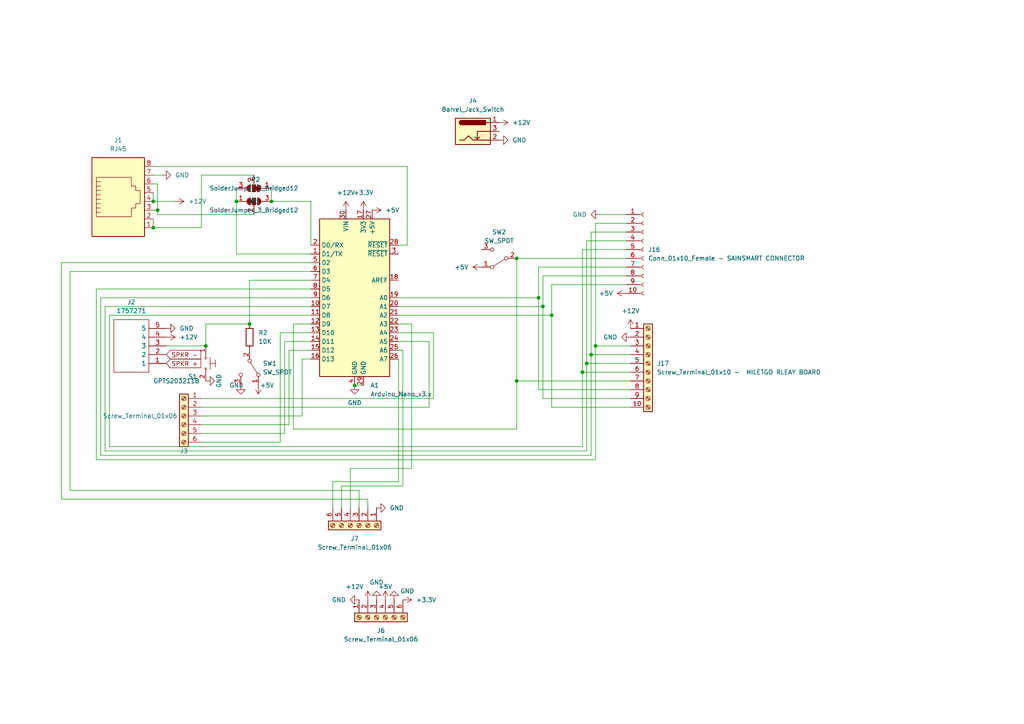
<source format=kicad_sch>
(kicad_sch (version 20211123) (generator eeschema)
  (paper "A4")
  (lib_symbols
    (symbol "Connector:Barrel_Jack_Switch" (pin_names hide)
      (property "Reference" "J" (at 0 5.334 0))
      (property "Value" "Barrel_Jack_Switch" (at 0 -5.08 0))
      (symbol "Barrel_Jack_Switch_0_1"
        (rectangle (start -5.08 3.81) (end 5.08 -3.81) (stroke (width 0.254)) (fill (type background)))
        (arc (start -3.302 3.175) (mid -3.937 2.54) (end -3.302 1.905) (stroke (width 0.254)))
        (arc (start -3.302 3.175) (mid -3.937 2.54) (end -3.302 1.905) (stroke (width 0.254)) (fill (type outline)))
        (polyline (pts (xy 1.27 -2.286) (xy 1.905 -1.651)) (stroke (width 0.254)))
        (polyline (pts (xy 5.08 2.54) (xy 3.81 2.54)) (stroke (width 0.254)))
        (polyline (pts (xy 5.08 0) (xy 1.27 0) (xy 1.27 -2.286) (xy 0.635 -1.651)) (stroke (width 0.254)))
        (polyline (pts (xy -3.81 -2.54) (xy -2.54 -2.54) (xy -1.27 -1.27) (xy 0 -2.54) (xy 2.54 -2.54) (xy 5.08 -2.54)) (stroke (width 0.254)))
        (rectangle (start 3.683 3.175) (end -3.302 1.905) (stroke (width 0.254)) (fill (type outline)))
      )
      (symbol "Barrel_Jack_Switch_1_1"
        (pin passive line (at 7.62 2.54 180) (length 2.54) (name "~") (number "1"))
        (pin passive line (at 7.62 -2.54 180) (length 2.54) (name "~") (number "2"))
        (pin passive line (at 7.62 0 180) (length 2.54) (name "~") (number "3"))
      )
    )
    (symbol "Connector:Conn_01x10_Female" (pin_names (offset 1.016) hide)
      (property "Reference" "J" (at 0 12.7 0))
      (property "Value" "Conn_01x10_Female" (at 0 -15.24 0))
      (symbol "Conn_01x10_Female_1_1"
        (arc (start 0 -12.192) (mid -0.508 -12.7) (end 0 -13.208) (stroke (width 0.1524)))
        (arc (start 0 -9.652) (mid -0.508 -10.16) (end 0 -10.668) (stroke (width 0.1524)))
        (arc (start 0 -7.112) (mid -0.508 -7.62) (end 0 -8.128) (stroke (width 0.1524)))
        (arc (start 0 -4.572) (mid -0.508 -5.08) (end 0 -5.588) (stroke (width 0.1524)))
        (arc (start 0 -2.032) (mid -0.508 -2.54) (end 0 -3.048) (stroke (width 0.1524)))
        (polyline (pts (xy -1.27 -12.7) (xy -0.508 -12.7)) (stroke (width 0.1524)))
        (polyline (pts (xy -1.27 -10.16) (xy -0.508 -10.16)) (stroke (width 0.1524)))
        (polyline (pts (xy -1.27 -7.62) (xy -0.508 -7.62)) (stroke (width 0.1524)))
        (polyline (pts (xy -1.27 -5.08) (xy -0.508 -5.08)) (stroke (width 0.1524)))
        (polyline (pts (xy -1.27 -2.54) (xy -0.508 -2.54)) (stroke (width 0.1524)))
        (polyline (pts (xy -1.27 0) (xy -0.508 0)) (stroke (width 0.1524)))
        (polyline (pts (xy -1.27 2.54) (xy -0.508 2.54)) (stroke (width 0.1524)))
        (polyline (pts (xy -1.27 5.08) (xy -0.508 5.08)) (stroke (width 0.1524)))
        (polyline (pts (xy -1.27 7.62) (xy -0.508 7.62)) (stroke (width 0.1524)))
        (polyline (pts (xy -1.27 10.16) (xy -0.508 10.16)) (stroke (width 0.1524)))
        (arc (start 0 0.508) (mid -0.508 0) (end 0 -0.508) (stroke (width 0.1524)))
        (arc (start 0 3.048) (mid -0.508 2.54) (end 0 2.032) (stroke (width 0.1524)))
        (arc (start 0 5.588) (mid -0.508 5.08) (end 0 4.572) (stroke (width 0.1524)))
        (arc (start 0 8.128) (mid -0.508 7.62) (end 0 7.112) (stroke (width 0.1524)))
        (arc (start 0 10.668) (mid -0.508 10.16) (end 0 9.652) (stroke (width 0.1524)))
        (pin passive line (at -5.08 10.16 0) (length 3.81) (name "Pin_1") (number "1"))
        (pin passive line (at -5.08 -12.7 0) (length 3.81) (name "Pin_10") (number "10"))
        (pin passive line (at -5.08 7.62 0) (length 3.81) (name "Pin_2") (number "2"))
        (pin passive line (at -5.08 5.08 0) (length 3.81) (name "Pin_3") (number "3"))
        (pin passive line (at -5.08 2.54 0) (length 3.81) (name "Pin_4") (number "4"))
        (pin passive line (at -5.08 0 0) (length 3.81) (name "Pin_5") (number "5"))
        (pin passive line (at -5.08 -2.54 0) (length 3.81) (name "Pin_6") (number "6"))
        (pin passive line (at -5.08 -5.08 0) (length 3.81) (name "Pin_7") (number "7"))
        (pin passive line (at -5.08 -7.62 0) (length 3.81) (name "Pin_8") (number "8"))
        (pin passive line (at -5.08 -10.16 0) (length 3.81) (name "Pin_9") (number "9"))
      )
    )
    (symbol "Connector:RJ45" (pin_names (offset 1.016))
      (property "Reference" "J" (at -5.08 13.97 0))
      (property "Value" "RJ45" (at 2.54 13.97 0))
      (symbol "RJ45_0_1"
        (polyline (pts (xy -5.08 4.445) (xy -6.35 4.445)))
        (polyline (pts (xy -5.08 5.715) (xy -6.35 5.715)))
        (polyline (pts (xy -6.35 -3.175) (xy -5.08 -3.175) (xy -5.08 -3.175)))
        (polyline (pts (xy -6.35 -1.905) (xy -5.08 -1.905) (xy -5.08 -1.905)))
        (polyline (pts (xy -6.35 -0.635) (xy -5.08 -0.635) (xy -5.08 -0.635)))
        (polyline (pts (xy -6.35 0.635) (xy -5.08 0.635) (xy -5.08 0.635)))
        (polyline (pts (xy -6.35 1.905) (xy -5.08 1.905) (xy -5.08 1.905)))
        (polyline (pts (xy -5.08 3.175) (xy -6.35 3.175) (xy -6.35 3.175)))
        (polyline (pts (xy -6.35 -4.445) (xy -6.35 6.985) (xy 3.81 6.985) (xy 3.81 4.445) (xy 5.08 4.445) (xy 5.08 3.175) (xy 6.35 3.175) (xy 6.35 -0.635) (xy 5.08 -0.635) (xy 5.08 -1.905) (xy 3.81 -1.905) (xy 3.81 -4.445) (xy -6.35 -4.445) (xy -6.35 -4.445)))
        (rectangle (start 7.62 12.7) (end -7.62 -10.16) (stroke (width 0.254)) (fill (type background)))
      )
      (symbol "RJ45_1_1"
        (pin passive line (at 10.16 -7.62 180) (length 2.54) (name "~") (number "1"))
        (pin passive line (at 10.16 -5.08 180) (length 2.54) (name "~") (number "2"))
        (pin passive line (at 10.16 -2.54 180) (length 2.54) (name "~") (number "3"))
        (pin passive line (at 10.16 0 180) (length 2.54) (name "~") (number "4"))
        (pin passive line (at 10.16 2.54 180) (length 2.54) (name "~") (number "5"))
        (pin passive line (at 10.16 5.08 180) (length 2.54) (name "~") (number "6"))
        (pin passive line (at 10.16 7.62 180) (length 2.54) (name "~") (number "7"))
        (pin passive line (at 10.16 10.16 180) (length 2.54) (name "~") (number "8"))
      )
    )
    (symbol "Connector:Screw_Terminal_01x06" (pin_names (offset 1.016) hide)
      (property "Reference" "J" (at 0 7.62 0))
      (property "Value" "Screw_Terminal_01x06" (at 0 -10.16 0))
      (symbol "Screw_Terminal_01x06_1_1"
        (rectangle (start -1.27 6.35) (end 1.27 -8.89) (stroke (width 0.254)) (fill (type background)))
        (circle (center 0 -7.62) (radius 0.635) (stroke (width 0.1524)))
        (circle (center 0 -5.08) (radius 0.635) (stroke (width 0.1524)))
        (circle (center 0 -2.54) (radius 0.635) (stroke (width 0.1524)))
        (polyline (pts (xy -0.5334 -7.2898) (xy 0.3302 -8.128)) (stroke (width 0.1524)))
        (polyline (pts (xy -0.5334 -4.7498) (xy 0.3302 -5.588)) (stroke (width 0.1524)))
        (polyline (pts (xy -0.5334 -2.2098) (xy 0.3302 -3.048)) (stroke (width 0.1524)))
        (polyline (pts (xy -0.5334 0.3302) (xy 0.3302 -0.508)) (stroke (width 0.1524)))
        (polyline (pts (xy -0.5334 2.8702) (xy 0.3302 2.032)) (stroke (width 0.1524)))
        (polyline (pts (xy -0.5334 5.4102) (xy 0.3302 4.572)) (stroke (width 0.1524)))
        (polyline (pts (xy -0.3556 -7.112) (xy 0.508 -7.9502)) (stroke (width 0.1524)))
        (polyline (pts (xy -0.3556 -4.572) (xy 0.508 -5.4102)) (stroke (width 0.1524)))
        (polyline (pts (xy -0.3556 -2.032) (xy 0.508 -2.8702)) (stroke (width 0.1524)))
        (polyline (pts (xy -0.3556 0.508) (xy 0.508 -0.3302)) (stroke (width 0.1524)))
        (polyline (pts (xy -0.3556 3.048) (xy 0.508 2.2098)) (stroke (width 0.1524)))
        (polyline (pts (xy -0.3556 5.588) (xy 0.508 4.7498)) (stroke (width 0.1524)))
        (circle (center 0 0) (radius 0.635) (stroke (width 0.1524)))
        (circle (center 0 2.54) (radius 0.635) (stroke (width 0.1524)))
        (circle (center 0 5.08) (radius 0.635) (stroke (width 0.1524)))
        (pin passive line (at -5.08 5.08 0) (length 3.81) (name "Pin_1") (number "1"))
        (pin passive line (at -5.08 2.54 0) (length 3.81) (name "Pin_2") (number "2"))
        (pin passive line (at -5.08 0 0) (length 3.81) (name "Pin_3") (number "3"))
        (pin passive line (at -5.08 -2.54 0) (length 3.81) (name "Pin_4") (number "4"))
        (pin passive line (at -5.08 -5.08 0) (length 3.81) (name "Pin_5") (number "5"))
        (pin passive line (at -5.08 -7.62 0) (length 3.81) (name "Pin_6") (number "6"))
      )
    )
    (symbol "Connector:Screw_Terminal_01x10" (pin_names (offset 1.016) hide)
      (property "Reference" "J" (at 0 12.7 0))
      (property "Value" "Screw_Terminal_01x10" (at 0 -15.24 0))
      (symbol "Screw_Terminal_01x10_1_1"
        (rectangle (start -1.27 11.43) (end 1.27 -13.97) (stroke (width 0.254)) (fill (type background)))
        (circle (center 0 -12.7) (radius 0.635) (stroke (width 0.1524)))
        (circle (center 0 -10.16) (radius 0.635) (stroke (width 0.1524)))
        (circle (center 0 -7.62) (radius 0.635) (stroke (width 0.1524)))
        (circle (center 0 -5.08) (radius 0.635) (stroke (width 0.1524)))
        (circle (center 0 -2.54) (radius 0.635) (stroke (width 0.1524)))
        (polyline (pts (xy -0.5334 -12.3698) (xy 0.3302 -13.208)) (stroke (width 0.1524)))
        (polyline (pts (xy -0.5334 -9.8298) (xy 0.3302 -10.668)) (stroke (width 0.1524)))
        (polyline (pts (xy -0.5334 -7.2898) (xy 0.3302 -8.128)) (stroke (width 0.1524)))
        (polyline (pts (xy -0.5334 -4.7498) (xy 0.3302 -5.588)) (stroke (width 0.1524)))
        (polyline (pts (xy -0.5334 -2.2098) (xy 0.3302 -3.048)) (stroke (width 0.1524)))
        (polyline (pts (xy -0.5334 0.3302) (xy 0.3302 -0.508)) (stroke (width 0.1524)))
        (polyline (pts (xy -0.5334 2.8702) (xy 0.3302 2.032)) (stroke (width 0.1524)))
        (polyline (pts (xy -0.5334 5.4102) (xy 0.3302 4.572)) (stroke (width 0.1524)))
        (polyline (pts (xy -0.5334 7.9502) (xy 0.3302 7.112)) (stroke (width 0.1524)))
        (polyline (pts (xy -0.5334 10.4902) (xy 0.3302 9.652)) (stroke (width 0.1524)))
        (polyline (pts (xy -0.3556 -12.192) (xy 0.508 -13.0302)) (stroke (width 0.1524)))
        (polyline (pts (xy -0.3556 -9.652) (xy 0.508 -10.4902)) (stroke (width 0.1524)))
        (polyline (pts (xy -0.3556 -7.112) (xy 0.508 -7.9502)) (stroke (width 0.1524)))
        (polyline (pts (xy -0.3556 -4.572) (xy 0.508 -5.4102)) (stroke (width 0.1524)))
        (polyline (pts (xy -0.3556 -2.032) (xy 0.508 -2.8702)) (stroke (width 0.1524)))
        (polyline (pts (xy -0.3556 0.508) (xy 0.508 -0.3302)) (stroke (width 0.1524)))
        (polyline (pts (xy -0.3556 3.048) (xy 0.508 2.2098)) (stroke (width 0.1524)))
        (polyline (pts (xy -0.3556 5.588) (xy 0.508 4.7498)) (stroke (width 0.1524)))
        (polyline (pts (xy -0.3556 8.128) (xy 0.508 7.2898)) (stroke (width 0.1524)))
        (polyline (pts (xy -0.3556 10.668) (xy 0.508 9.8298)) (stroke (width 0.1524)))
        (circle (center 0 0) (radius 0.635) (stroke (width 0.1524)))
        (circle (center 0 2.54) (radius 0.635) (stroke (width 0.1524)))
        (circle (center 0 5.08) (radius 0.635) (stroke (width 0.1524)))
        (circle (center 0 7.62) (radius 0.635) (stroke (width 0.1524)))
        (circle (center 0 10.16) (radius 0.635) (stroke (width 0.1524)))
        (pin passive line (at -5.08 10.16 0) (length 3.81) (name "Pin_1") (number "1"))
        (pin passive line (at -5.08 -12.7 0) (length 3.81) (name "Pin_10") (number "10"))
        (pin passive line (at -5.08 7.62 0) (length 3.81) (name "Pin_2") (number "2"))
        (pin passive line (at -5.08 5.08 0) (length 3.81) (name "Pin_3") (number "3"))
        (pin passive line (at -5.08 2.54 0) (length 3.81) (name "Pin_4") (number "4"))
        (pin passive line (at -5.08 0 0) (length 3.81) (name "Pin_5") (number "5"))
        (pin passive line (at -5.08 -2.54 0) (length 3.81) (name "Pin_6") (number "6"))
        (pin passive line (at -5.08 -5.08 0) (length 3.81) (name "Pin_7") (number "7"))
        (pin passive line (at -5.08 -7.62 0) (length 3.81) (name "Pin_8") (number "8"))
        (pin passive line (at -5.08 -10.16 0) (length 3.81) (name "Pin_9") (number "9"))
      )
    )
    (symbol "Device:R" (pin_numbers hide) (pin_names (offset 0))
      (property "Reference" "R" (at 2.032 0 90))
      (property "Value" "R" (at 0 0 90))
      (symbol "R_0_1"
        (rectangle (start -1.016 -2.54) (end 1.016 2.54) (stroke (width 0.254)))
      )
      (symbol "R_1_1"
        (pin passive line (at 0 3.81 270) (length 1.27) (name "~") (number "1"))
        (pin passive line (at 0 -3.81 90) (length 1.27) (name "~") (number "2"))
      )
    )
    (symbol "Jumper:SolderJumper_3_Bridged12" (pin_names (offset 0) hide)
      (property "Reference" "JP" (at -2.54 -2.54 0))
      (property "Value" "SolderJumper_3_Bridged12" (at 0 2.794 0))
      (symbol "SolderJumper_3_Bridged12_0_1"
        (rectangle (start -1.016 0.508) (end -0.508 -0.508) (fill (type outline)))
        (arc (start -1.016 1.016) (mid -2.032 0) (end -1.016 -1.016))
        (arc (start -1.016 1.016) (mid -2.032 0) (end -1.016 -1.016) (fill (type outline)))
        (rectangle (start -0.508 1.016) (end 0.508 -1.016) (fill (type outline)))
        (polyline (pts (xy -2.54 0) (xy -2.032 0)))
        (polyline (pts (xy -1.016 1.016) (xy -1.016 -1.016)))
        (polyline (pts (xy 0 -1.27) (xy 0 -1.016)))
        (polyline (pts (xy 1.016 1.016) (xy 1.016 -1.016)))
        (polyline (pts (xy 2.54 0) (xy 2.032 0)))
        (arc (start 1.016 -1.016) (mid 2.032 0) (end 1.016 1.016))
        (arc (start 1.016 -1.016) (mid 2.032 0) (end 1.016 1.016) (fill (type outline)))
      )
      (symbol "SolderJumper_3_Bridged12_1_1"
        (pin passive line (at -5.08 0 0) (length 2.54) (name "A") (number "1"))
        (pin passive line (at 0 -3.81 90) (length 2.54) (name "C") (number "2"))
        (pin passive line (at 5.08 0 180) (length 2.54) (name "B") (number "3"))
      )
    )
    (symbol "MCU_Module:Arduino_Nano_v3.x"
      (property "Reference" "A" (at -10.16 23.495 0))
      (property "Value" "Arduino_Nano_v3.x" (at 5.08 -24.13 0))
      (symbol "Arduino_Nano_v3.x_0_1"
        (rectangle (start -10.16 22.86) (end 10.16 -22.86) (stroke (width 0.254)) (fill (type background)))
      )
      (symbol "Arduino_Nano_v3.x_1_1"
        (pin bidirectional line (at -12.7 12.7 0) (length 2.54) (name "D1/TX") (number "1"))
        (pin bidirectional line (at -12.7 -2.54 0) (length 2.54) (name "D7") (number "10"))
        (pin bidirectional line (at -12.7 -5.08 0) (length 2.54) (name "D8") (number "11"))
        (pin bidirectional line (at -12.7 -7.62 0) (length 2.54) (name "D9") (number "12"))
        (pin bidirectional line (at -12.7 -10.16 0) (length 2.54) (name "D10") (number "13"))
        (pin bidirectional line (at -12.7 -12.7 0) (length 2.54) (name "D11") (number "14"))
        (pin bidirectional line (at -12.7 -15.24 0) (length 2.54) (name "D12") (number "15"))
        (pin bidirectional line (at -12.7 -17.78 0) (length 2.54) (name "D13") (number "16"))
        (pin power_out line (at 2.54 25.4 270) (length 2.54) (name "3V3") (number "17"))
        (pin input line (at 12.7 5.08 180) (length 2.54) (name "AREF") (number "18"))
        (pin bidirectional line (at 12.7 0 180) (length 2.54) (name "A0") (number "19"))
        (pin bidirectional line (at -12.7 15.24 0) (length 2.54) (name "D0/RX") (number "2"))
        (pin bidirectional line (at 12.7 -2.54 180) (length 2.54) (name "A1") (number "20"))
        (pin bidirectional line (at 12.7 -5.08 180) (length 2.54) (name "A2") (number "21"))
        (pin bidirectional line (at 12.7 -7.62 180) (length 2.54) (name "A3") (number "22"))
        (pin bidirectional line (at 12.7 -10.16 180) (length 2.54) (name "A4") (number "23"))
        (pin bidirectional line (at 12.7 -12.7 180) (length 2.54) (name "A5") (number "24"))
        (pin bidirectional line (at 12.7 -15.24 180) (length 2.54) (name "A6") (number "25"))
        (pin bidirectional line (at 12.7 -17.78 180) (length 2.54) (name "A7") (number "26"))
        (pin power_out line (at 5.08 25.4 270) (length 2.54) (name "+5V") (number "27"))
        (pin input line (at 12.7 15.24 180) (length 2.54) (name "~{RESET}") (number "28"))
        (pin power_in line (at 2.54 -25.4 90) (length 2.54) (name "GND") (number "29"))
        (pin input line (at 12.7 12.7 180) (length 2.54) (name "~{RESET}") (number "3"))
        (pin power_in line (at -2.54 25.4 270) (length 2.54) (name "VIN") (number "30"))
        (pin power_in line (at 0 -25.4 90) (length 2.54) (name "GND") (number "4"))
        (pin bidirectional line (at -12.7 10.16 0) (length 2.54) (name "D2") (number "5"))
        (pin bidirectional line (at -12.7 7.62 0) (length 2.54) (name "D3") (number "6"))
        (pin bidirectional line (at -12.7 5.08 0) (length 2.54) (name "D4") (number "7"))
        (pin bidirectional line (at -12.7 2.54 0) (length 2.54) (name "D5") (number "8"))
        (pin bidirectional line (at -12.7 0 0) (length 2.54) (name "D6") (number "9"))
      )
    )
    (symbol "SamacSys_Parts:1757271" (pin_names (offset 0.762))
      (property "Reference" "J" (at 16.51 7.62 0))
      (property "Value" "1757271" (at 16.51 5.08 0))
      (symbol "1757271_0_0"
        (pin passive line (at 0 0 0) (length 5.08) (name "1") (number "1"))
        (pin passive line (at 0 -2.54 0) (length 5.08) (name "2") (number "2"))
        (pin passive line (at 0 -5.08 0) (length 5.08) (name "3") (number "3"))
        (pin passive line (at 0 -7.62 0) (length 5.08) (name "4") (number "4"))
        (pin passive line (at 0 -10.16 0) (length 5.08) (name "5") (number "5"))
      )
      (symbol "1757271_0_1"
        (polyline (pts (xy 5.08 2.54) (xy 15.24 2.54) (xy 15.24 -12.7) (xy 5.08 -12.7) (xy 5.08 2.54)) (stroke (width 0.1524)))
      )
    )
    (symbol "Switch:SW_SPDT" (pin_names (offset 0) hide)
      (property "Reference" "SW" (at 0 4.318 0))
      (property "Value" "SW_SPDT" (at 0 -5.08 0))
      (symbol "SW_SPDT_0_0"
        (circle (center -2.032 0) (radius 0.508))
        (circle (center 2.032 -2.54) (radius 0.508))
      )
      (symbol "SW_SPDT_0_1"
        (polyline (pts (xy -1.524 0.254) (xy 1.651 2.286)))
        (circle (center 2.032 2.54) (radius 0.508))
      )
      (symbol "SW_SPDT_1_1"
        (pin passive line (at 5.08 2.54 180) (length 2.54) (name "A") (number "1"))
        (pin passive line (at -5.08 0 0) (length 2.54) (name "B") (number "2"))
        (pin passive line (at 5.08 -2.54 180) (length 2.54) (name "C") (number "3"))
      )
    )
    (symbol "dk_Pushbutton-Switches:GPTS203211B" (pin_names (offset 1.016))
      (property "Reference" "S" (at -3.81 3.81 0))
      (property "Value" "GPTS203211B" (at 0 -2.54 0))
      (symbol "GPTS203211B_0_1"
        (circle (center -1.524 0) (radius 0.254))
        (polyline (pts (xy -2.54 0) (xy -1.778 0)))
        (polyline (pts (xy -1.778 1.27) (xy 1.778 1.27)))
        (polyline (pts (xy -1.016 2.794) (xy 1.016 2.794)))
        (polyline (pts (xy 0 1.27) (xy 0 2.794)))
        (polyline (pts (xy 2.54 0) (xy 1.778 0)))
        (circle (center 1.524 0) (radius 0.254))
      )
      (symbol "GPTS203211B_1_1"
        (pin passive line (at -5.08 0 0) (length 2.54) (name "~") (number "1"))
        (pin passive line (at 5.08 0 180) (length 2.54) (name "~") (number "2"))
      )
    )
    (symbol "power:+12V" (power) (pin_names (offset 0))
      (property "Value" "+12V" (at 0 3.556 0))
      (symbol "+12V_0_1"
        (polyline (pts (xy -0.762 1.27) (xy 0 2.54)))
        (polyline (pts (xy 0 0) (xy 0 2.54)))
        (polyline (pts (xy 0 2.54) (xy 0.762 1.27)))
      )
      (symbol "+12V_1_1"
        (pin power_in line (at 0 0 90) (length 0) hide (name "+12V") (number "1"))
      )
    )
    (symbol "power:+3.3V" (power) (pin_names (offset 0))
      (property "Value" "+3.3V" (at 0 3.556 0))
      (symbol "+3.3V_0_1"
        (polyline (pts (xy -0.762 1.27) (xy 0 2.54)))
        (polyline (pts (xy 0 0) (xy 0 2.54)))
        (polyline (pts (xy 0 2.54) (xy 0.762 1.27)))
      )
      (symbol "+3.3V_1_1"
        (pin power_in line (at 0 0 90) (length 0) hide (name "+3.3V") (number "1"))
      )
    )
    (symbol "power:+5V" (power) (pin_names (offset 0))
      (property "Value" "+5V" (at 0 3.556 0))
      (symbol "+5V_0_1"
        (polyline (pts (xy -0.762 1.27) (xy 0 2.54)))
        (polyline (pts (xy 0 0) (xy 0 2.54)))
        (polyline (pts (xy 0 2.54) (xy 0.762 1.27)))
      )
      (symbol "+5V_1_1"
        (pin power_in line (at 0 0 90) (length 0) hide (name "+5V") (number "1"))
      )
    )
    (symbol "power:GND" (power) (pin_names (offset 0))
      (property "Value" "GND" (at 0 -3.81 0))
      (symbol "GND_0_1"
        (polyline (pts (xy 0 0) (xy 0 -1.27) (xy 1.27 -1.27) (xy 0 -2.54) (xy -1.27 -1.27) (xy 0 -1.27)))
      )
      (symbol "GND_1_1"
        (pin power_in line (at 0 0 270) (length 0) hide (name "GND") (number "1"))
      )
    )
  )
  (junction (at 45.72 60.96))
  (junction (at 171.45 102.87))
  (junction (at 102.87 111.76))
  (junction (at 168.91 107.95))
  (junction (at 59.69 100.33))
  (junction (at 68.58 58.42))
  (junction (at 44.45 58.42))
  (junction (at 72.39 93.98))
  (junction (at 160.02 91.44))
  (junction (at 149.86 110.49))
  (junction (at 157.48 88.9))
  (junction (at 78.74 58.42))
  (junction (at 172.72 100.33))
  (junction (at 156.21 86.36))
  (junction (at 44.45 66.04))
  (junction (at 149.86 74.93))
  (junction (at 170.18 105.41))
  (wire (pts (xy 85.09 93.98) (xy 85.09 124.46)))
  (wire (pts (xy 87.63 120.65) (xy 58.42 120.65)))
  (wire (pts (xy 96.52 139.7) (xy 115.57 139.7)))
  (wire (pts (xy 168.91 72.39) (xy 168.91 107.95)))
  (wire (pts (xy 29.21 86.36) (xy 29.21 132.08)))
  (wire (pts (xy 17.78 144.78) (xy 106.68 144.78)))
  (wire (pts (xy 102.87 111.76) (xy 105.41 111.76)))
  (wire (pts (xy 83.82 101.6) (xy 83.82 123.19)))
  (wire (pts (xy 170.18 105.41) (xy 182.88 105.41)))
  (wire (pts (xy 104.14 142.24) (xy 104.14 147.32)))
  (wire (pts (xy 157.48 88.9) (xy 157.48 80.01)))
  (wire (pts (xy 171.45 102.87) (xy 182.88 102.87)))
  (wire (pts (xy 172.72 100.33) (xy 182.88 100.33)))
  (wire (pts (xy 68.58 58.42) (xy 68.58 73.66)))
  (wire (pts (xy 78.74 54.61) (xy 78.74 58.42)))
  (wire (pts (xy 81.28 128.27) (xy 58.42 128.27)))
  (wire (pts (xy 157.48 80.01) (xy 181.61 80.01)))
  (wire (pts (xy 170.18 69.85) (xy 170.18 105.41)))
  (wire (pts (xy 173.99 62.23) (xy 181.61 62.23)))
  (wire (pts (xy 115.57 93.98) (xy 119.38 93.98)))
  (wire (pts (xy 115.57 96.52) (xy 125.73 96.52)))
  (wire (pts (xy 157.48 88.9) (xy 157.48 115.57)))
  (wire (pts (xy 48.26 100.33) (xy 59.69 100.33)))
  (wire (pts (xy 115.57 86.36) (xy 156.21 86.36)))
  (wire (pts (xy 101.6 135.89) (xy 101.6 147.32)))
  (wire (pts (xy 106.68 144.78) (xy 106.68 147.32)))
  (wire (pts (xy 82.55 99.06) (xy 90.17 99.06)))
  (wire (pts (xy 168.91 72.39) (xy 181.61 72.39)))
  (wire (pts (xy 44.45 48.26) (xy 118.11 48.26)))
  (wire (pts (xy 44.45 53.34) (xy 45.72 53.34)))
  (wire (pts (xy 31.75 91.44) (xy 31.75 129.54)))
  (wire (pts (xy 31.75 91.44) (xy 90.17 91.44)))
  (wire (pts (xy 17.78 76.2) (xy 90.17 76.2)))
  (wire (pts (xy 160.02 91.44) (xy 160.02 82.55)))
  (wire (pts (xy 149.86 74.93) (xy 181.61 74.93)))
  (wire (pts (xy 157.48 115.57) (xy 182.88 115.57)))
  (wire (pts (xy 171.45 102.87) (xy 171.45 132.08)))
  (wire (pts (xy 172.72 100.33) (xy 172.72 133.35)))
  (wire (pts (xy 27.94 83.82) (xy 27.94 133.35)))
  (wire (pts (xy 45.72 62.23) (xy 45.72 60.96)))
  (wire (pts (xy 68.58 73.66) (xy 90.17 73.66)))
  (wire (pts (xy 30.48 130.81) (xy 170.18 130.81)))
  (wire (pts (xy 20.32 142.24) (xy 104.14 142.24)))
  (wire (pts (xy 31.75 129.54) (xy 168.91 129.54)))
  (wire (pts (xy 83.82 123.19) (xy 58.42 123.19)))
  (wire (pts (xy 44.45 63.5) (xy 44.45 66.04)))
  (wire (pts (xy 118.11 48.26) (xy 118.11 71.12)))
  (wire (pts (xy 119.38 135.89) (xy 101.6 135.89)))
  (wire (pts (xy 87.63 104.14) (xy 90.17 104.14)))
  (wire (pts (xy 118.11 71.12) (xy 115.57 71.12)))
  (wire (pts (xy 58.42 115.57) (xy 125.73 115.57)))
  (wire (pts (xy 44.45 55.88) (xy 44.45 58.42)))
  (wire (pts (xy 156.21 113.03) (xy 182.88 113.03)))
  (wire (pts (xy 72.39 93.98) (xy 72.39 81.28)))
  (wire (pts (xy 171.45 67.31) (xy 181.61 67.31)))
  (wire (pts (xy 30.48 88.9) (xy 30.48 130.81)))
  (wire (pts (xy 29.21 132.08) (xy 171.45 132.08)))
  (wire (pts (xy 125.73 96.52) (xy 125.73 115.57)))
  (wire (pts (xy 85.09 124.46) (xy 149.86 124.46)))
  (wire (pts (xy 81.28 96.52) (xy 90.17 96.52)))
  (wire (pts (xy 160.02 91.44) (xy 160.02 118.11)))
  (wire (pts (xy 96.52 139.7) (xy 96.52 147.32)))
  (wire (pts (xy 172.72 64.77) (xy 181.61 64.77)))
  (wire (pts (xy 115.57 101.6) (xy 116.84 101.6)))
  (wire (pts (xy 149.86 110.49) (xy 182.88 110.49)))
  (wire (pts (xy 160.02 118.11) (xy 182.88 118.11)))
  (wire (pts (xy 68.58 54.61) (xy 68.58 58.42)))
  (wire (pts (xy 44.45 50.8) (xy 46.99 50.8)))
  (wire (pts (xy 58.42 118.11) (xy 124.46 118.11)))
  (wire (pts (xy 90.17 93.98) (xy 85.09 93.98)))
  (wire (pts (xy 115.57 88.9) (xy 157.48 88.9)))
  (wire (pts (xy 156.21 86.36) (xy 156.21 113.03)))
  (wire (pts (xy 99.06 140.97) (xy 99.06 147.32)))
  (wire (pts (xy 115.57 91.44) (xy 160.02 91.44)))
  (wire (pts (xy 115.57 99.06) (xy 124.46 99.06)))
  (wire (pts (xy 170.18 105.41) (xy 170.18 130.81)))
  (wire (pts (xy 149.86 110.49) (xy 149.86 74.93)))
  (wire (pts (xy 27.94 83.82) (xy 90.17 83.82)))
  (wire (pts (xy 72.39 81.28) (xy 90.17 81.28)))
  (wire (pts (xy 82.55 99.06) (xy 82.55 125.73)))
  (wire (pts (xy 168.91 107.95) (xy 168.91 129.54)))
  (wire (pts (xy 58.42 66.04) (xy 44.45 66.04)))
  (wire (pts (xy 17.78 76.2) (xy 17.78 144.78)))
  (wire (pts (xy 58.42 50.8) (xy 58.42 66.04)))
  (wire (pts (xy 156.21 86.36) (xy 156.21 77.47)))
  (wire (pts (xy 82.55 125.73) (xy 58.42 125.73)))
  (wire (pts (xy 149.86 124.46) (xy 149.86 110.49)))
  (wire (pts (xy 20.32 78.74) (xy 90.17 78.74)))
  (wire (pts (xy 44.45 58.42) (xy 50.8 58.42)))
  (wire (pts (xy 119.38 93.98) (xy 119.38 135.89)))
  (wire (pts (xy 30.48 88.9) (xy 90.17 88.9)))
  (wire (pts (xy 156.21 77.47) (xy 181.61 77.47)))
  (wire (pts (xy 45.72 53.34) (xy 45.72 60.96)))
  (wire (pts (xy 116.84 101.6) (xy 116.84 140.97)))
  (wire (pts (xy 81.28 96.52) (xy 81.28 128.27)))
  (wire (pts (xy 44.45 60.96) (xy 45.72 60.96)))
  (wire (pts (xy 124.46 99.06) (xy 124.46 118.11)))
  (wire (pts (xy 115.57 104.14) (xy 115.57 139.7)))
  (wire (pts (xy 29.21 86.36) (xy 90.17 86.36)))
  (wire (pts (xy 83.82 101.6) (xy 90.17 101.6)))
  (wire (pts (xy 59.69 93.98) (xy 72.39 93.98)))
  (wire (pts (xy 78.74 58.42) (xy 90.17 58.42)))
  (wire (pts (xy 170.18 69.85) (xy 181.61 69.85)))
  (wire (pts (xy 73.66 50.8) (xy 58.42 50.8)))
  (wire (pts (xy 171.45 67.31) (xy 171.45 102.87)))
  (wire (pts (xy 116.84 140.97) (xy 99.06 140.97)))
  (wire (pts (xy 87.63 104.14) (xy 87.63 120.65)))
  (wire (pts (xy 168.91 107.95) (xy 182.88 107.95)))
  (wire (pts (xy 20.32 78.74) (xy 20.32 142.24)))
  (wire (pts (xy 73.66 62.23) (xy 45.72 62.23)))
  (wire (pts (xy 172.72 64.77) (xy 172.72 100.33)))
  (wire (pts (xy 27.94 133.35) (xy 172.72 133.35)))
  (wire (pts (xy 90.17 58.42) (xy 90.17 71.12)))
  (wire (pts (xy 59.69 100.33) (xy 59.69 93.98)))
  (wire (pts (xy 160.02 82.55) (xy 181.61 82.55)))
  (global_label "SPKR +" (shape input) (at 48.26 105.41 0) (property "Intersheet References" "${INTERSHEET_REFS}" (effects hide)))
  (global_label "SPKR -" (shape input) (at 48.26 102.87 0) (property "Intersheet References" "${INTERSHEET_REFS}" (effects hide)))
  (symbol (lib_id "SamacSys_Parts:1757271") (at 48.26 105.41 180) (unit 1)
    (property "Reference" "J2" (at 38.1 87.63 0))
    (property "Value" "1757271" (at 38.1 90.17 0))
    (property "Footprint" "SamacSys_Parts:691311500105" (effects hide))
    (property "Datasheet" "http://www.phoenixcontact.com/de/produkte/1757271/pdf" (effects hide))
    (property "Description" "PCB header, nominal cross section: 2.5 mm?, color: green, nominal current: 12 A, rated voltage (III/2): 320 V, contact surface: Tin, type of contact: Male connector, Number of potentials: 5, Number of rows: 1, Number of positions per row: 5, number of connections: 5, product range: MSTBA 2,5/..-G, pitch: 5.08 mm, mounting: Wave soldering, pin layout: Linear pinning, solder pin [P]: 3.5 mm, Stecksystem: CLASSIC COMBICON, Locking: without, type of packaging: packed in cardboard" (effects hide))
    (property "Height" "8.72" (effects hide))
    (property "Manufacturer_Name" "Phoenix Contact" (effects hide))
    (property "Manufacturer_Part_Number" "1757271" (effects hide))
    (property "Mouser Part Number" "651-1757271" (effects hide))
    (property "Mouser Price/Stock" "https://www.mouser.co.uk/ProductDetail/Phoenix-Contact/1757271?qs=uD%2FdkN7XIa3szA65xzhSaQ%3D%3D" (effects hide))
    (property "Arrow Part Number" "1757271" (effects hide))
    (property "Arrow Price/Stock" "https://www.arrow.com/en/products/1757271/phoenix-contact?region=nac" (effects hide))
  )
  (symbol (lib_id "Jumper:SolderJumper_3_Bridged12") (at 73.66 58.42 0) (unit 1)
    (property "Reference" "JP2" (at 73.66 52.07 0))
    (property "Value" "SolderJumper_3_Bridged12" (at 73.66 54.61 0))
    (property "Footprint" "Jumper:SolderJumper-3_P1.3mm_Bridged12_Pad1.0x1.5mm" (effects hide))
  )
  (symbol (lib_id "power:+12V") (at 50.8 58.42 270) (unit 1)
    (property "Reference" "#PWR0102" (effects hide))
    (property "Value" "+12V" (at 54.61 58.4199 90) (effects (justify left)))
  )
  (symbol (lib_id "power:+5V") (at 74.93 111.76 180) (unit 1)
    (property "Reference" "#PWR0120" (effects hide))
    (property "Value" "+5V" (at 77.47 111.76 0))
  )
  (symbol (lib_id "power:GND") (at 173.99 62.23 270) (unit 1)
    (property "Reference" "#PWR0104" (effects hide))
    (property "Value" "GND" (at 170.18 62.2299 90) (effects (justify right)))
  )
  (symbol (lib_id "dk_Pushbutton-Switches:GPTS203211B") (at 59.69 105.41 270) (unit 1)
    (property "Reference" "S1" (at 54.61 109.22 90) (effects (justify left)))
    (property "Value" "GPTS203211B" (at 44.45 110.49 90) (effects (justify left)))
    (property "Footprint" "Button_Switch_THT:SW_PUSH_6mm" (effects hide))
    (property "Datasheet" "http://switches-connectors-custom.cwind.com/Asset/GPTS203211BR2.pdf" (effects hide))
    (property "Digi-Key_PN" "CW181-ND" (effects hide))
    (property "MPN" "GPTS203211B" (effects hide))
    (property "Category" "Switches" (effects hide))
    (property "Family" "Pushbutton Switches" (effects hide))
    (property "DK_Datasheet_Link" "http://switches-connectors-custom.cwind.com/Asset/GPTS203211BR2.pdf" (effects hide))
    (property "DK_Detail_Page" "/product-detail/en/cw-industries/GPTS203211B/CW181-ND/3190590" (effects hide))
    (property "Description" "SWITCH PUSHBUTTON SPST 1A 30V" (effects hide))
    (property "Manufacturer" "CW Industries" (effects hide))
    (property "Status" "Active" (effects hide))
  )
  (symbol (lib_id "Connector:Conn_01x10_Female") (at 186.69 72.39 0) (unit 1)
    (property "Reference" "J16" (at 187.96 72.3899 0) (effects (justify left)))
    (property "Value" "Conn_01x10_Female - SAINSMART CONNECTOR" (at 187.96 74.9299 0) (effects (justify left)))
    (property "Footprint" "Connector_PinSocket_2.54mm:PinSocket_1x10_P2.54mm_Vertical" (effects hide))
  )
  (symbol (lib_id "power:GND") (at 59.69 110.49 90) (unit 1)
    (property "Reference" "#PWR0119" (effects hide))
    (property "Value" "GND" (at 63.5 110.49 0))
  )
  (symbol (lib_id "Connector:RJ45") (at 34.29 58.42 0) (unit 1)
    (property "Reference" "J1" (at 34.29 40.64 0))
    (property "Value" "RJ45" (at 34.29 43.18 0))
    (property "Footprint" "SamacSys_Parts:54602908LF" (effects hide))
  )
  (symbol (lib_id "power:GND") (at 46.99 50.8 90) (unit 1)
    (property "Reference" "#PWR0108" (effects hide))
    (property "Value" "GND" (at 50.8 50.7999 90) (effects (justify right)))
  )
  (symbol (lib_id "power:+5V") (at 107.95 60.96 270) (unit 1)
    (property "Reference" "#PWR0113" (effects hide))
    (property "Value" "+5V" (at 111.76 60.9599 90) (effects (justify left)))
  )
  (symbol (lib_id "power:+3.3V") (at 116.84 173.99 270) (unit 1)
    (property "Reference" "#PWR0116" (effects hide))
    (property "Value" "+3.3V" (at 120.65 173.9899 90) (effects (justify left)))
  )
  (symbol (lib_id "power:GND") (at 109.22 147.32 90) (unit 1)
    (property "Reference" "#PWR0114" (effects hide))
    (property "Value" "GND" (at 113.03 147.3199 90) (effects (justify right)))
  )
  (symbol (lib_id "power:GND") (at 109.22 173.99 180) (unit 1)
    (property "Reference" "#PWR0122" (effects hide))
    (property "Value" "GND" (at 109.22 168.91 0))
  )
  (symbol (lib_id "power:+5V") (at 181.61 85.09 90) (unit 1)
    (property "Reference" "#PWR0105" (effects hide))
    (property "Value" "+5V" (at 177.8 85.0899 90) (effects (justify left)))
  )
  (symbol (lib_id "power:+12V") (at 100.33 60.96 0) (unit 1)
    (property "Reference" "#PWR0111" (effects hide))
    (property "Value" "+12V" (at 100.33 55.88 0))
  )
  (symbol (lib_id "power:+12V") (at 144.78 35.56 270) (unit 1)
    (property "Reference" "#PWR0110" (effects hide))
    (property "Value" "+12V" (at 148.59 35.5599 90) (effects (justify left)))
  )
  (symbol (lib_id "Device:R") (at 72.39 97.79 0) (unit 1)
    (property "Reference" "R2" (at 74.93 96.5199 0) (effects (justify left)))
    (property "Value" "10K" (at 74.93 99.0599 0) (effects (justify left)))
    (property "Footprint" "Resistor_THT:R_Axial_DIN0516_L15.5mm_D5.0mm_P5.08mm_Vertical" (effects hide))
  )
  (symbol (lib_id "Switch:SW_SPDT") (at 144.78 74.93 180) (unit 1)
    (property "Reference" "SW2" (at 144.78 67.31 0))
    (property "Value" "SW_SPDT" (at 144.78 69.85 0))
    (property "Footprint" "custom:SpDt SlideSwitch" (effects hide))
  )
  (symbol (lib_id "power:+12V") (at 48.26 97.79 270) (unit 1)
    (property "Reference" "#PWR0117" (effects hide))
    (property "Value" "+12V" (at 52.07 97.7899 90) (effects (justify left)))
  )
  (symbol (lib_id "Connector:Screw_Terminal_01x06") (at 104.14 152.4 270) (unit 1)
    (property "Reference" "J7" (at 102.87 156.21 90))
    (property "Value" "Screw_Terminal_01x06" (at 102.87 158.75 90))
    (property "Footprint" "TerminalBlock:TerminalBlock_bornier-6_P5.08mm" (effects hide))
  )
  (symbol (lib_id "Connector:Screw_Terminal_01x10") (at 187.96 105.41 0) (unit 1)
    (property "Reference" "J17" (at 190.5 105.4099 0) (effects (justify left)))
    (property "Value" "Screw_Terminal_01x10 -  HILETGO RLEAY BOARD" (at 190.5 107.9499 0) (effects (justify left)))
    (property "Footprint" "custom:PinHeader_1x10_P5.0mm_Horizontal" (effects hide))
  )
  (symbol (lib_id "Connector:Screw_Terminal_01x06") (at 53.34 120.65 0) (mirror y) (unit 1)
    (property "Reference" "J3" (at 53.34 130.81 0))
    (property "Value" "Screw_Terminal_01x06" (at 40.64 120.65 0))
    (property "Footprint" "TerminalBlock:TerminalBlock_bornier-6_P5.08mm" (effects hide))
  )
  (symbol (lib_id "power:GND") (at 104.14 173.99 270) (unit 1)
    (property "Reference" "#PWR0115" (effects hide))
    (property "Value" "GND" (at 100.33 173.9899 90) (effects (justify right)))
  )
  (symbol (lib_id "power:GND") (at 48.26 95.25 90) (unit 1)
    (property "Reference" "#PWR0101" (effects hide))
    (property "Value" "GND" (at 52.07 95.2499 90) (effects (justify right)))
  )
  (symbol (lib_id "power:+3.3V") (at 105.41 60.96 0) (unit 1)
    (property "Reference" "#PWR0112" (effects hide))
    (property "Value" "+3.3V" (at 105.41 55.88 0))
  )
  (symbol (lib_id "power:+5V") (at 139.7 77.47 90) (unit 1)
    (property "Reference" "#PWR0118" (effects hide))
    (property "Value" "+5V" (at 135.89 77.4699 90) (effects (justify left)))
  )
  (symbol (lib_id "power:+5V") (at 111.76 173.99 0) (unit 1)
    (property "Reference" "#PWR0130" (effects hide))
    (property "Value" "+5V" (at 111.76 170.18 0))
  )
  (symbol (lib_id "Switch:SW_SPDT") (at 72.39 106.68 270) (unit 1)
    (property "Reference" "SW1" (at 76.2 105.4099 90) (effects (justify left)))
    (property "Value" "SW_SPDT" (at 76.2 107.9499 90) (effects (justify left)))
    (property "Footprint" "custom:SpDt SlideSwitch" (effects hide))
  )
  (symbol (lib_id "power:GND") (at 69.85 111.76 0) (unit 1)
    (property "Reference" "#PWR0121" (effects hide))
    (property "Value" "GND" (at 68.58 111.76 0))
  )
  (symbol (lib_id "power:GND") (at 182.88 97.79 270) (unit 1)
    (property "Reference" "#PWR0107" (effects hide))
    (property "Value" "GND" (at 179.07 97.7899 90) (effects (justify right)))
  )
  (symbol (lib_id "power:+12V") (at 106.68 173.99 0) (unit 1)
    (property "Reference" "#PWR0126" (effects hide))
    (property "Value" "+12V" (at 102.87 170.18 0))
  )
  (symbol (lib_id "Jumper:SolderJumper_3_Bridged12") (at 73.66 54.61 180) (unit 1)
    (property "Reference" "JP1" (at 73.66 58.42 0))
    (property "Value" "SolderJumper_3_Bridged12" (at 73.66 60.96 0))
    (property "Footprint" "Jumper:SolderJumper-3_P1.3mm_Bridged12_Pad1.0x1.5mm" (effects hide))
  )
  (symbol (lib_id "power:+12V") (at 182.88 95.25 0) (unit 1)
    (property "Reference" "#PWR0106" (effects hide))
    (property "Value" "+12V" (at 182.88 90.17 0))
  )
  (symbol (lib_id "Connector:Screw_Terminal_01x06") (at 109.22 179.07 90) (mirror x) (unit 1)
    (property "Reference" "J6" (at 110.49 182.88 90))
    (property "Value" "Screw_Terminal_01x06" (at 110.49 185.42 90))
    (property "Footprint" "TerminalBlock:TerminalBlock_bornier-6_P5.08mm" (effects hide))
  )
  (symbol (lib_id "power:GND") (at 102.87 111.76 0) (unit 1)
    (property "Reference" "#PWR0103" (effects hide))
    (property "Value" "GND" (at 102.87 116.84 0))
  )
  (symbol (lib_id "power:GND") (at 114.3 173.99 180) (unit 1)
    (property "Reference" "#PWR0124" (effects hide))
    (property "Value" "GND" (at 118.11 171.45 0))
  )
  (symbol (lib_id "Connector:Barrel_Jack_Switch") (at 137.16 38.1 0) (unit 1)
    (property "Reference" "J4" (at 137.16 29.21 0))
    (property "Value" "Barrel_Jack_Switch" (at 137.16 31.75 0))
    (property "Footprint" "custom:Vertical-BarrelJack_54-00287" (effects hide))
  )
  (symbol (lib_id "MCU_Module:Arduino_Nano_v3.x") (at 102.87 86.36 0) (unit 1)
    (property "Reference" "A1" (at 107.4294 111.76 0) (effects (justify left)))
    (property "Value" "Arduino_Nano_v3.x" (at 107.4294 114.3 0) (effects (justify left)))
    (property "Footprint" "SamacSys_Parts:ARDNANO30NP" (effects hide))
    (property "Datasheet" "http://www.mouser.com/pdfdocs/Gravitech_Arduino_Nano3_0.pdf" (effects hide))
  )
  (symbol (lib_id "power:GND") (at 144.78 40.64 90) (unit 1)
    (property "Reference" "#PWR0109" (effects hide))
    (property "Value" "GND" (at 148.59 40.6399 90) (effects (justify right)))
  )
)
</source>
